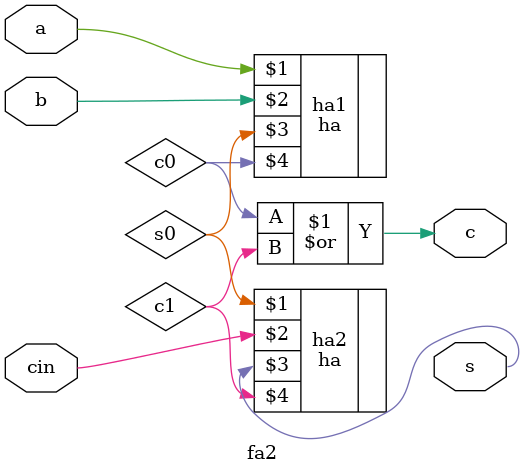
<source format=v>
module ha2(a,b,c,s);
  input a,b;
  output s,c;
  wire a,b;
  assign s=a^b;
  assign c=a&b;
endmodule
//Installation of FA using HA
//main 
module fa2(a,b,cin,s,c);
  input a,b,cin;
  output s,c;
  wire s0,c0,c1;
  ha ha1(a,b,s0,c0);
  ha ha2(s0,cin,s,c1);
  or o1(c,c0,c1);
endmodule


</source>
